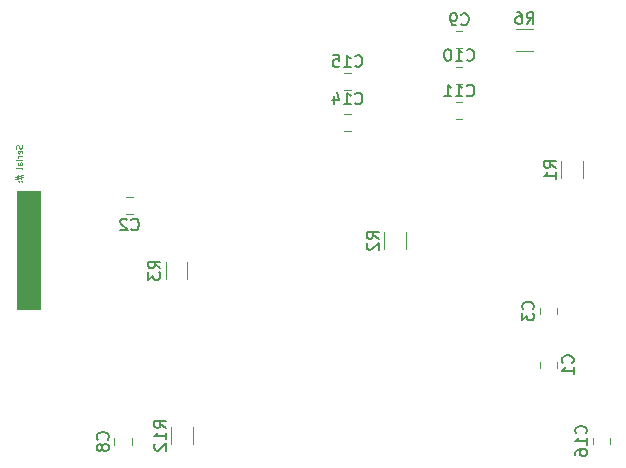
<source format=gbr>
%TF.GenerationSoftware,KiCad,Pcbnew,8.0.6*%
%TF.CreationDate,2025-05-31T11:47:03-05:00*%
%TF.ProjectId,TPS_Calibration_Board,5450535f-4361-46c6-9962-726174696f6e,rev?*%
%TF.SameCoordinates,Original*%
%TF.FileFunction,Legend,Bot*%
%TF.FilePolarity,Positive*%
%FSLAX46Y46*%
G04 Gerber Fmt 4.6, Leading zero omitted, Abs format (unit mm)*
G04 Created by KiCad (PCBNEW 8.0.6) date 2025-05-31 11:47:03*
%MOMM*%
%LPD*%
G01*
G04 APERTURE LIST*
%ADD10C,0.100000*%
%ADD11C,0.150000*%
%ADD12C,0.120000*%
G04 APERTURE END LIST*
D10*
X140909800Y-95161027D02*
X140933609Y-95232455D01*
X140933609Y-95232455D02*
X140933609Y-95351503D01*
X140933609Y-95351503D02*
X140909800Y-95399122D01*
X140909800Y-95399122D02*
X140885990Y-95422931D01*
X140885990Y-95422931D02*
X140838371Y-95446741D01*
X140838371Y-95446741D02*
X140790752Y-95446741D01*
X140790752Y-95446741D02*
X140743133Y-95422931D01*
X140743133Y-95422931D02*
X140719323Y-95399122D01*
X140719323Y-95399122D02*
X140695514Y-95351503D01*
X140695514Y-95351503D02*
X140671704Y-95256265D01*
X140671704Y-95256265D02*
X140647895Y-95208646D01*
X140647895Y-95208646D02*
X140624085Y-95184836D01*
X140624085Y-95184836D02*
X140576466Y-95161027D01*
X140576466Y-95161027D02*
X140528847Y-95161027D01*
X140528847Y-95161027D02*
X140481228Y-95184836D01*
X140481228Y-95184836D02*
X140457419Y-95208646D01*
X140457419Y-95208646D02*
X140433609Y-95256265D01*
X140433609Y-95256265D02*
X140433609Y-95375312D01*
X140433609Y-95375312D02*
X140457419Y-95446741D01*
X140909800Y-95851502D02*
X140933609Y-95803883D01*
X140933609Y-95803883D02*
X140933609Y-95708645D01*
X140933609Y-95708645D02*
X140909800Y-95661026D01*
X140909800Y-95661026D02*
X140862180Y-95637217D01*
X140862180Y-95637217D02*
X140671704Y-95637217D01*
X140671704Y-95637217D02*
X140624085Y-95661026D01*
X140624085Y-95661026D02*
X140600276Y-95708645D01*
X140600276Y-95708645D02*
X140600276Y-95803883D01*
X140600276Y-95803883D02*
X140624085Y-95851502D01*
X140624085Y-95851502D02*
X140671704Y-95875312D01*
X140671704Y-95875312D02*
X140719323Y-95875312D01*
X140719323Y-95875312D02*
X140766942Y-95637217D01*
X140933609Y-96089597D02*
X140600276Y-96089597D01*
X140695514Y-96089597D02*
X140647895Y-96113407D01*
X140647895Y-96113407D02*
X140624085Y-96137216D01*
X140624085Y-96137216D02*
X140600276Y-96184835D01*
X140600276Y-96184835D02*
X140600276Y-96232454D01*
X140933609Y-96399121D02*
X140600276Y-96399121D01*
X140433609Y-96399121D02*
X140457419Y-96375312D01*
X140457419Y-96375312D02*
X140481228Y-96399121D01*
X140481228Y-96399121D02*
X140457419Y-96422931D01*
X140457419Y-96422931D02*
X140433609Y-96399121D01*
X140433609Y-96399121D02*
X140481228Y-96399121D01*
X140933609Y-96851502D02*
X140671704Y-96851502D01*
X140671704Y-96851502D02*
X140624085Y-96827692D01*
X140624085Y-96827692D02*
X140600276Y-96780073D01*
X140600276Y-96780073D02*
X140600276Y-96684835D01*
X140600276Y-96684835D02*
X140624085Y-96637216D01*
X140909800Y-96851502D02*
X140933609Y-96803883D01*
X140933609Y-96803883D02*
X140933609Y-96684835D01*
X140933609Y-96684835D02*
X140909800Y-96637216D01*
X140909800Y-96637216D02*
X140862180Y-96613407D01*
X140862180Y-96613407D02*
X140814561Y-96613407D01*
X140814561Y-96613407D02*
X140766942Y-96637216D01*
X140766942Y-96637216D02*
X140743133Y-96684835D01*
X140743133Y-96684835D02*
X140743133Y-96803883D01*
X140743133Y-96803883D02*
X140719323Y-96851502D01*
X140933609Y-97161026D02*
X140909800Y-97113407D01*
X140909800Y-97113407D02*
X140862180Y-97089597D01*
X140862180Y-97089597D02*
X140433609Y-97089597D01*
X140600276Y-97708645D02*
X140600276Y-98065787D01*
X140385990Y-97851502D02*
X141028847Y-97708645D01*
X140814561Y-98018168D02*
X140814561Y-97661026D01*
X141028847Y-97875311D02*
X140385990Y-98018168D01*
X140885990Y-98232454D02*
X140909800Y-98256264D01*
X140909800Y-98256264D02*
X140933609Y-98232454D01*
X140933609Y-98232454D02*
X140909800Y-98208645D01*
X140909800Y-98208645D02*
X140885990Y-98232454D01*
X140885990Y-98232454D02*
X140933609Y-98232454D01*
X140624085Y-98232454D02*
X140647895Y-98256264D01*
X140647895Y-98256264D02*
X140671704Y-98232454D01*
X140671704Y-98232454D02*
X140647895Y-98208645D01*
X140647895Y-98208645D02*
X140624085Y-98232454D01*
X140624085Y-98232454D02*
X140671704Y-98232454D01*
X140500000Y-99000000D02*
X142500000Y-99000000D01*
X142500000Y-109000000D01*
X140500000Y-109000000D01*
X140500000Y-99000000D01*
G36*
X140500000Y-99000000D02*
G01*
X142500000Y-99000000D01*
X142500000Y-109000000D01*
X140500000Y-109000000D01*
X140500000Y-99000000D01*
G37*
D11*
X153134819Y-119107142D02*
X152658628Y-118773809D01*
X153134819Y-118535714D02*
X152134819Y-118535714D01*
X152134819Y-118535714D02*
X152134819Y-118916666D01*
X152134819Y-118916666D02*
X152182438Y-119011904D01*
X152182438Y-119011904D02*
X152230057Y-119059523D01*
X152230057Y-119059523D02*
X152325295Y-119107142D01*
X152325295Y-119107142D02*
X152468152Y-119107142D01*
X152468152Y-119107142D02*
X152563390Y-119059523D01*
X152563390Y-119059523D02*
X152611009Y-119011904D01*
X152611009Y-119011904D02*
X152658628Y-118916666D01*
X152658628Y-118916666D02*
X152658628Y-118535714D01*
X153134819Y-120059523D02*
X153134819Y-119488095D01*
X153134819Y-119773809D02*
X152134819Y-119773809D01*
X152134819Y-119773809D02*
X152277676Y-119678571D01*
X152277676Y-119678571D02*
X152372914Y-119583333D01*
X152372914Y-119583333D02*
X152420533Y-119488095D01*
X152230057Y-120440476D02*
X152182438Y-120488095D01*
X152182438Y-120488095D02*
X152134819Y-120583333D01*
X152134819Y-120583333D02*
X152134819Y-120821428D01*
X152134819Y-120821428D02*
X152182438Y-120916666D01*
X152182438Y-120916666D02*
X152230057Y-120964285D01*
X152230057Y-120964285D02*
X152325295Y-121011904D01*
X152325295Y-121011904D02*
X152420533Y-121011904D01*
X152420533Y-121011904D02*
X152563390Y-120964285D01*
X152563390Y-120964285D02*
X153134819Y-120392857D01*
X153134819Y-120392857D02*
X153134819Y-121011904D01*
X183666666Y-84884819D02*
X183999999Y-84408628D01*
X184238094Y-84884819D02*
X184238094Y-83884819D01*
X184238094Y-83884819D02*
X183857142Y-83884819D01*
X183857142Y-83884819D02*
X183761904Y-83932438D01*
X183761904Y-83932438D02*
X183714285Y-83980057D01*
X183714285Y-83980057D02*
X183666666Y-84075295D01*
X183666666Y-84075295D02*
X183666666Y-84218152D01*
X183666666Y-84218152D02*
X183714285Y-84313390D01*
X183714285Y-84313390D02*
X183761904Y-84361009D01*
X183761904Y-84361009D02*
X183857142Y-84408628D01*
X183857142Y-84408628D02*
X184238094Y-84408628D01*
X182809523Y-83884819D02*
X182999999Y-83884819D01*
X182999999Y-83884819D02*
X183095237Y-83932438D01*
X183095237Y-83932438D02*
X183142856Y-83980057D01*
X183142856Y-83980057D02*
X183238094Y-84122914D01*
X183238094Y-84122914D02*
X183285713Y-84313390D01*
X183285713Y-84313390D02*
X183285713Y-84694342D01*
X183285713Y-84694342D02*
X183238094Y-84789580D01*
X183238094Y-84789580D02*
X183190475Y-84837200D01*
X183190475Y-84837200D02*
X183095237Y-84884819D01*
X183095237Y-84884819D02*
X182904761Y-84884819D01*
X182904761Y-84884819D02*
X182809523Y-84837200D01*
X182809523Y-84837200D02*
X182761904Y-84789580D01*
X182761904Y-84789580D02*
X182714285Y-84694342D01*
X182714285Y-84694342D02*
X182714285Y-84456247D01*
X182714285Y-84456247D02*
X182761904Y-84361009D01*
X182761904Y-84361009D02*
X182809523Y-84313390D01*
X182809523Y-84313390D02*
X182904761Y-84265771D01*
X182904761Y-84265771D02*
X183095237Y-84265771D01*
X183095237Y-84265771D02*
X183190475Y-84313390D01*
X183190475Y-84313390D02*
X183238094Y-84361009D01*
X183238094Y-84361009D02*
X183285713Y-84456247D01*
X152634819Y-105583333D02*
X152158628Y-105250000D01*
X152634819Y-105011905D02*
X151634819Y-105011905D01*
X151634819Y-105011905D02*
X151634819Y-105392857D01*
X151634819Y-105392857D02*
X151682438Y-105488095D01*
X151682438Y-105488095D02*
X151730057Y-105535714D01*
X151730057Y-105535714D02*
X151825295Y-105583333D01*
X151825295Y-105583333D02*
X151968152Y-105583333D01*
X151968152Y-105583333D02*
X152063390Y-105535714D01*
X152063390Y-105535714D02*
X152111009Y-105488095D01*
X152111009Y-105488095D02*
X152158628Y-105392857D01*
X152158628Y-105392857D02*
X152158628Y-105011905D01*
X151634819Y-105916667D02*
X151634819Y-106535714D01*
X151634819Y-106535714D02*
X152015771Y-106202381D01*
X152015771Y-106202381D02*
X152015771Y-106345238D01*
X152015771Y-106345238D02*
X152063390Y-106440476D01*
X152063390Y-106440476D02*
X152111009Y-106488095D01*
X152111009Y-106488095D02*
X152206247Y-106535714D01*
X152206247Y-106535714D02*
X152444342Y-106535714D01*
X152444342Y-106535714D02*
X152539580Y-106488095D01*
X152539580Y-106488095D02*
X152587200Y-106440476D01*
X152587200Y-106440476D02*
X152634819Y-106345238D01*
X152634819Y-106345238D02*
X152634819Y-106059524D01*
X152634819Y-106059524D02*
X152587200Y-105964286D01*
X152587200Y-105964286D02*
X152539580Y-105916667D01*
X171134819Y-103083333D02*
X170658628Y-102750000D01*
X171134819Y-102511905D02*
X170134819Y-102511905D01*
X170134819Y-102511905D02*
X170134819Y-102892857D01*
X170134819Y-102892857D02*
X170182438Y-102988095D01*
X170182438Y-102988095D02*
X170230057Y-103035714D01*
X170230057Y-103035714D02*
X170325295Y-103083333D01*
X170325295Y-103083333D02*
X170468152Y-103083333D01*
X170468152Y-103083333D02*
X170563390Y-103035714D01*
X170563390Y-103035714D02*
X170611009Y-102988095D01*
X170611009Y-102988095D02*
X170658628Y-102892857D01*
X170658628Y-102892857D02*
X170658628Y-102511905D01*
X170230057Y-103464286D02*
X170182438Y-103511905D01*
X170182438Y-103511905D02*
X170134819Y-103607143D01*
X170134819Y-103607143D02*
X170134819Y-103845238D01*
X170134819Y-103845238D02*
X170182438Y-103940476D01*
X170182438Y-103940476D02*
X170230057Y-103988095D01*
X170230057Y-103988095D02*
X170325295Y-104035714D01*
X170325295Y-104035714D02*
X170420533Y-104035714D01*
X170420533Y-104035714D02*
X170563390Y-103988095D01*
X170563390Y-103988095D02*
X171134819Y-103416667D01*
X171134819Y-103416667D02*
X171134819Y-104035714D01*
X186134819Y-97083333D02*
X185658628Y-96750000D01*
X186134819Y-96511905D02*
X185134819Y-96511905D01*
X185134819Y-96511905D02*
X185134819Y-96892857D01*
X185134819Y-96892857D02*
X185182438Y-96988095D01*
X185182438Y-96988095D02*
X185230057Y-97035714D01*
X185230057Y-97035714D02*
X185325295Y-97083333D01*
X185325295Y-97083333D02*
X185468152Y-97083333D01*
X185468152Y-97083333D02*
X185563390Y-97035714D01*
X185563390Y-97035714D02*
X185611009Y-96988095D01*
X185611009Y-96988095D02*
X185658628Y-96892857D01*
X185658628Y-96892857D02*
X185658628Y-96511905D01*
X186134819Y-98035714D02*
X186134819Y-97464286D01*
X186134819Y-97750000D02*
X185134819Y-97750000D01*
X185134819Y-97750000D02*
X185277676Y-97654762D01*
X185277676Y-97654762D02*
X185372914Y-97559524D01*
X185372914Y-97559524D02*
X185420533Y-97464286D01*
X188679580Y-119569642D02*
X188727200Y-119522023D01*
X188727200Y-119522023D02*
X188774819Y-119379166D01*
X188774819Y-119379166D02*
X188774819Y-119283928D01*
X188774819Y-119283928D02*
X188727200Y-119141071D01*
X188727200Y-119141071D02*
X188631961Y-119045833D01*
X188631961Y-119045833D02*
X188536723Y-118998214D01*
X188536723Y-118998214D02*
X188346247Y-118950595D01*
X188346247Y-118950595D02*
X188203390Y-118950595D01*
X188203390Y-118950595D02*
X188012914Y-118998214D01*
X188012914Y-118998214D02*
X187917676Y-119045833D01*
X187917676Y-119045833D02*
X187822438Y-119141071D01*
X187822438Y-119141071D02*
X187774819Y-119283928D01*
X187774819Y-119283928D02*
X187774819Y-119379166D01*
X187774819Y-119379166D02*
X187822438Y-119522023D01*
X187822438Y-119522023D02*
X187870057Y-119569642D01*
X188774819Y-120522023D02*
X188774819Y-119950595D01*
X188774819Y-120236309D02*
X187774819Y-120236309D01*
X187774819Y-120236309D02*
X187917676Y-120141071D01*
X187917676Y-120141071D02*
X188012914Y-120045833D01*
X188012914Y-120045833D02*
X188060533Y-119950595D01*
X187774819Y-121379166D02*
X187774819Y-121188690D01*
X187774819Y-121188690D02*
X187822438Y-121093452D01*
X187822438Y-121093452D02*
X187870057Y-121045833D01*
X187870057Y-121045833D02*
X188012914Y-120950595D01*
X188012914Y-120950595D02*
X188203390Y-120902976D01*
X188203390Y-120902976D02*
X188584342Y-120902976D01*
X188584342Y-120902976D02*
X188679580Y-120950595D01*
X188679580Y-120950595D02*
X188727200Y-120998214D01*
X188727200Y-120998214D02*
X188774819Y-121093452D01*
X188774819Y-121093452D02*
X188774819Y-121283928D01*
X188774819Y-121283928D02*
X188727200Y-121379166D01*
X188727200Y-121379166D02*
X188679580Y-121426785D01*
X188679580Y-121426785D02*
X188584342Y-121474404D01*
X188584342Y-121474404D02*
X188346247Y-121474404D01*
X188346247Y-121474404D02*
X188251009Y-121426785D01*
X188251009Y-121426785D02*
X188203390Y-121379166D01*
X188203390Y-121379166D02*
X188155771Y-121283928D01*
X188155771Y-121283928D02*
X188155771Y-121093452D01*
X188155771Y-121093452D02*
X188203390Y-120998214D01*
X188203390Y-120998214D02*
X188251009Y-120950595D01*
X188251009Y-120950595D02*
X188346247Y-120902976D01*
X169142857Y-88429580D02*
X169190476Y-88477200D01*
X169190476Y-88477200D02*
X169333333Y-88524819D01*
X169333333Y-88524819D02*
X169428571Y-88524819D01*
X169428571Y-88524819D02*
X169571428Y-88477200D01*
X169571428Y-88477200D02*
X169666666Y-88381961D01*
X169666666Y-88381961D02*
X169714285Y-88286723D01*
X169714285Y-88286723D02*
X169761904Y-88096247D01*
X169761904Y-88096247D02*
X169761904Y-87953390D01*
X169761904Y-87953390D02*
X169714285Y-87762914D01*
X169714285Y-87762914D02*
X169666666Y-87667676D01*
X169666666Y-87667676D02*
X169571428Y-87572438D01*
X169571428Y-87572438D02*
X169428571Y-87524819D01*
X169428571Y-87524819D02*
X169333333Y-87524819D01*
X169333333Y-87524819D02*
X169190476Y-87572438D01*
X169190476Y-87572438D02*
X169142857Y-87620057D01*
X168190476Y-88524819D02*
X168761904Y-88524819D01*
X168476190Y-88524819D02*
X168476190Y-87524819D01*
X168476190Y-87524819D02*
X168571428Y-87667676D01*
X168571428Y-87667676D02*
X168666666Y-87762914D01*
X168666666Y-87762914D02*
X168761904Y-87810533D01*
X167285714Y-87524819D02*
X167761904Y-87524819D01*
X167761904Y-87524819D02*
X167809523Y-88001009D01*
X167809523Y-88001009D02*
X167761904Y-87953390D01*
X167761904Y-87953390D02*
X167666666Y-87905771D01*
X167666666Y-87905771D02*
X167428571Y-87905771D01*
X167428571Y-87905771D02*
X167333333Y-87953390D01*
X167333333Y-87953390D02*
X167285714Y-88001009D01*
X167285714Y-88001009D02*
X167238095Y-88096247D01*
X167238095Y-88096247D02*
X167238095Y-88334342D01*
X167238095Y-88334342D02*
X167285714Y-88429580D01*
X167285714Y-88429580D02*
X167333333Y-88477200D01*
X167333333Y-88477200D02*
X167428571Y-88524819D01*
X167428571Y-88524819D02*
X167666666Y-88524819D01*
X167666666Y-88524819D02*
X167761904Y-88477200D01*
X167761904Y-88477200D02*
X167809523Y-88429580D01*
X169142857Y-91609580D02*
X169190476Y-91657200D01*
X169190476Y-91657200D02*
X169333333Y-91704819D01*
X169333333Y-91704819D02*
X169428571Y-91704819D01*
X169428571Y-91704819D02*
X169571428Y-91657200D01*
X169571428Y-91657200D02*
X169666666Y-91561961D01*
X169666666Y-91561961D02*
X169714285Y-91466723D01*
X169714285Y-91466723D02*
X169761904Y-91276247D01*
X169761904Y-91276247D02*
X169761904Y-91133390D01*
X169761904Y-91133390D02*
X169714285Y-90942914D01*
X169714285Y-90942914D02*
X169666666Y-90847676D01*
X169666666Y-90847676D02*
X169571428Y-90752438D01*
X169571428Y-90752438D02*
X169428571Y-90704819D01*
X169428571Y-90704819D02*
X169333333Y-90704819D01*
X169333333Y-90704819D02*
X169190476Y-90752438D01*
X169190476Y-90752438D02*
X169142857Y-90800057D01*
X168190476Y-91704819D02*
X168761904Y-91704819D01*
X168476190Y-91704819D02*
X168476190Y-90704819D01*
X168476190Y-90704819D02*
X168571428Y-90847676D01*
X168571428Y-90847676D02*
X168666666Y-90942914D01*
X168666666Y-90942914D02*
X168761904Y-90990533D01*
X167333333Y-91038152D02*
X167333333Y-91704819D01*
X167571428Y-90657200D02*
X167809523Y-91371485D01*
X167809523Y-91371485D02*
X167190476Y-91371485D01*
X178605357Y-90929580D02*
X178652976Y-90977200D01*
X178652976Y-90977200D02*
X178795833Y-91024819D01*
X178795833Y-91024819D02*
X178891071Y-91024819D01*
X178891071Y-91024819D02*
X179033928Y-90977200D01*
X179033928Y-90977200D02*
X179129166Y-90881961D01*
X179129166Y-90881961D02*
X179176785Y-90786723D01*
X179176785Y-90786723D02*
X179224404Y-90596247D01*
X179224404Y-90596247D02*
X179224404Y-90453390D01*
X179224404Y-90453390D02*
X179176785Y-90262914D01*
X179176785Y-90262914D02*
X179129166Y-90167676D01*
X179129166Y-90167676D02*
X179033928Y-90072438D01*
X179033928Y-90072438D02*
X178891071Y-90024819D01*
X178891071Y-90024819D02*
X178795833Y-90024819D01*
X178795833Y-90024819D02*
X178652976Y-90072438D01*
X178652976Y-90072438D02*
X178605357Y-90120057D01*
X177652976Y-91024819D02*
X178224404Y-91024819D01*
X177938690Y-91024819D02*
X177938690Y-90024819D01*
X177938690Y-90024819D02*
X178033928Y-90167676D01*
X178033928Y-90167676D02*
X178129166Y-90262914D01*
X178129166Y-90262914D02*
X178224404Y-90310533D01*
X176700595Y-91024819D02*
X177272023Y-91024819D01*
X176986309Y-91024819D02*
X176986309Y-90024819D01*
X176986309Y-90024819D02*
X177081547Y-90167676D01*
X177081547Y-90167676D02*
X177176785Y-90262914D01*
X177176785Y-90262914D02*
X177272023Y-90310533D01*
X178605357Y-87919580D02*
X178652976Y-87967200D01*
X178652976Y-87967200D02*
X178795833Y-88014819D01*
X178795833Y-88014819D02*
X178891071Y-88014819D01*
X178891071Y-88014819D02*
X179033928Y-87967200D01*
X179033928Y-87967200D02*
X179129166Y-87871961D01*
X179129166Y-87871961D02*
X179176785Y-87776723D01*
X179176785Y-87776723D02*
X179224404Y-87586247D01*
X179224404Y-87586247D02*
X179224404Y-87443390D01*
X179224404Y-87443390D02*
X179176785Y-87252914D01*
X179176785Y-87252914D02*
X179129166Y-87157676D01*
X179129166Y-87157676D02*
X179033928Y-87062438D01*
X179033928Y-87062438D02*
X178891071Y-87014819D01*
X178891071Y-87014819D02*
X178795833Y-87014819D01*
X178795833Y-87014819D02*
X178652976Y-87062438D01*
X178652976Y-87062438D02*
X178605357Y-87110057D01*
X177652976Y-88014819D02*
X178224404Y-88014819D01*
X177938690Y-88014819D02*
X177938690Y-87014819D01*
X177938690Y-87014819D02*
X178033928Y-87157676D01*
X178033928Y-87157676D02*
X178129166Y-87252914D01*
X178129166Y-87252914D02*
X178224404Y-87300533D01*
X177033928Y-87014819D02*
X176938690Y-87014819D01*
X176938690Y-87014819D02*
X176843452Y-87062438D01*
X176843452Y-87062438D02*
X176795833Y-87110057D01*
X176795833Y-87110057D02*
X176748214Y-87205295D01*
X176748214Y-87205295D02*
X176700595Y-87395771D01*
X176700595Y-87395771D02*
X176700595Y-87633866D01*
X176700595Y-87633866D02*
X176748214Y-87824342D01*
X176748214Y-87824342D02*
X176795833Y-87919580D01*
X176795833Y-87919580D02*
X176843452Y-87967200D01*
X176843452Y-87967200D02*
X176938690Y-88014819D01*
X176938690Y-88014819D02*
X177033928Y-88014819D01*
X177033928Y-88014819D02*
X177129166Y-87967200D01*
X177129166Y-87967200D02*
X177176785Y-87919580D01*
X177176785Y-87919580D02*
X177224404Y-87824342D01*
X177224404Y-87824342D02*
X177272023Y-87633866D01*
X177272023Y-87633866D02*
X177272023Y-87395771D01*
X177272023Y-87395771D02*
X177224404Y-87205295D01*
X177224404Y-87205295D02*
X177176785Y-87110057D01*
X177176785Y-87110057D02*
X177129166Y-87062438D01*
X177129166Y-87062438D02*
X177033928Y-87014819D01*
X178129166Y-84909580D02*
X178176785Y-84957200D01*
X178176785Y-84957200D02*
X178319642Y-85004819D01*
X178319642Y-85004819D02*
X178414880Y-85004819D01*
X178414880Y-85004819D02*
X178557737Y-84957200D01*
X178557737Y-84957200D02*
X178652975Y-84861961D01*
X178652975Y-84861961D02*
X178700594Y-84766723D01*
X178700594Y-84766723D02*
X178748213Y-84576247D01*
X178748213Y-84576247D02*
X178748213Y-84433390D01*
X178748213Y-84433390D02*
X178700594Y-84242914D01*
X178700594Y-84242914D02*
X178652975Y-84147676D01*
X178652975Y-84147676D02*
X178557737Y-84052438D01*
X178557737Y-84052438D02*
X178414880Y-84004819D01*
X178414880Y-84004819D02*
X178319642Y-84004819D01*
X178319642Y-84004819D02*
X178176785Y-84052438D01*
X178176785Y-84052438D02*
X178129166Y-84100057D01*
X177652975Y-85004819D02*
X177462499Y-85004819D01*
X177462499Y-85004819D02*
X177367261Y-84957200D01*
X177367261Y-84957200D02*
X177319642Y-84909580D01*
X177319642Y-84909580D02*
X177224404Y-84766723D01*
X177224404Y-84766723D02*
X177176785Y-84576247D01*
X177176785Y-84576247D02*
X177176785Y-84195295D01*
X177176785Y-84195295D02*
X177224404Y-84100057D01*
X177224404Y-84100057D02*
X177272023Y-84052438D01*
X177272023Y-84052438D02*
X177367261Y-84004819D01*
X177367261Y-84004819D02*
X177557737Y-84004819D01*
X177557737Y-84004819D02*
X177652975Y-84052438D01*
X177652975Y-84052438D02*
X177700594Y-84100057D01*
X177700594Y-84100057D02*
X177748213Y-84195295D01*
X177748213Y-84195295D02*
X177748213Y-84433390D01*
X177748213Y-84433390D02*
X177700594Y-84528628D01*
X177700594Y-84528628D02*
X177652975Y-84576247D01*
X177652975Y-84576247D02*
X177557737Y-84623866D01*
X177557737Y-84623866D02*
X177367261Y-84623866D01*
X177367261Y-84623866D02*
X177272023Y-84576247D01*
X177272023Y-84576247D02*
X177224404Y-84528628D01*
X177224404Y-84528628D02*
X177176785Y-84433390D01*
X184179580Y-109045833D02*
X184227200Y-108998214D01*
X184227200Y-108998214D02*
X184274819Y-108855357D01*
X184274819Y-108855357D02*
X184274819Y-108760119D01*
X184274819Y-108760119D02*
X184227200Y-108617262D01*
X184227200Y-108617262D02*
X184131961Y-108522024D01*
X184131961Y-108522024D02*
X184036723Y-108474405D01*
X184036723Y-108474405D02*
X183846247Y-108426786D01*
X183846247Y-108426786D02*
X183703390Y-108426786D01*
X183703390Y-108426786D02*
X183512914Y-108474405D01*
X183512914Y-108474405D02*
X183417676Y-108522024D01*
X183417676Y-108522024D02*
X183322438Y-108617262D01*
X183322438Y-108617262D02*
X183274819Y-108760119D01*
X183274819Y-108760119D02*
X183274819Y-108855357D01*
X183274819Y-108855357D02*
X183322438Y-108998214D01*
X183322438Y-108998214D02*
X183370057Y-109045833D01*
X183274819Y-109379167D02*
X183274819Y-109998214D01*
X183274819Y-109998214D02*
X183655771Y-109664881D01*
X183655771Y-109664881D02*
X183655771Y-109807738D01*
X183655771Y-109807738D02*
X183703390Y-109902976D01*
X183703390Y-109902976D02*
X183751009Y-109950595D01*
X183751009Y-109950595D02*
X183846247Y-109998214D01*
X183846247Y-109998214D02*
X184084342Y-109998214D01*
X184084342Y-109998214D02*
X184179580Y-109950595D01*
X184179580Y-109950595D02*
X184227200Y-109902976D01*
X184227200Y-109902976D02*
X184274819Y-109807738D01*
X184274819Y-109807738D02*
X184274819Y-109522024D01*
X184274819Y-109522024D02*
X184227200Y-109426786D01*
X184227200Y-109426786D02*
X184179580Y-109379167D01*
X150204166Y-102289580D02*
X150251785Y-102337200D01*
X150251785Y-102337200D02*
X150394642Y-102384819D01*
X150394642Y-102384819D02*
X150489880Y-102384819D01*
X150489880Y-102384819D02*
X150632737Y-102337200D01*
X150632737Y-102337200D02*
X150727975Y-102241961D01*
X150727975Y-102241961D02*
X150775594Y-102146723D01*
X150775594Y-102146723D02*
X150823213Y-101956247D01*
X150823213Y-101956247D02*
X150823213Y-101813390D01*
X150823213Y-101813390D02*
X150775594Y-101622914D01*
X150775594Y-101622914D02*
X150727975Y-101527676D01*
X150727975Y-101527676D02*
X150632737Y-101432438D01*
X150632737Y-101432438D02*
X150489880Y-101384819D01*
X150489880Y-101384819D02*
X150394642Y-101384819D01*
X150394642Y-101384819D02*
X150251785Y-101432438D01*
X150251785Y-101432438D02*
X150204166Y-101480057D01*
X149823213Y-101480057D02*
X149775594Y-101432438D01*
X149775594Y-101432438D02*
X149680356Y-101384819D01*
X149680356Y-101384819D02*
X149442261Y-101384819D01*
X149442261Y-101384819D02*
X149347023Y-101432438D01*
X149347023Y-101432438D02*
X149299404Y-101480057D01*
X149299404Y-101480057D02*
X149251785Y-101575295D01*
X149251785Y-101575295D02*
X149251785Y-101670533D01*
X149251785Y-101670533D02*
X149299404Y-101813390D01*
X149299404Y-101813390D02*
X149870832Y-102384819D01*
X149870832Y-102384819D02*
X149251785Y-102384819D01*
X187539580Y-113583333D02*
X187587200Y-113535714D01*
X187587200Y-113535714D02*
X187634819Y-113392857D01*
X187634819Y-113392857D02*
X187634819Y-113297619D01*
X187634819Y-113297619D02*
X187587200Y-113154762D01*
X187587200Y-113154762D02*
X187491961Y-113059524D01*
X187491961Y-113059524D02*
X187396723Y-113011905D01*
X187396723Y-113011905D02*
X187206247Y-112964286D01*
X187206247Y-112964286D02*
X187063390Y-112964286D01*
X187063390Y-112964286D02*
X186872914Y-113011905D01*
X186872914Y-113011905D02*
X186777676Y-113059524D01*
X186777676Y-113059524D02*
X186682438Y-113154762D01*
X186682438Y-113154762D02*
X186634819Y-113297619D01*
X186634819Y-113297619D02*
X186634819Y-113392857D01*
X186634819Y-113392857D02*
X186682438Y-113535714D01*
X186682438Y-113535714D02*
X186730057Y-113583333D01*
X187634819Y-114535714D02*
X187634819Y-113964286D01*
X187634819Y-114250000D02*
X186634819Y-114250000D01*
X186634819Y-114250000D02*
X186777676Y-114154762D01*
X186777676Y-114154762D02*
X186872914Y-114059524D01*
X186872914Y-114059524D02*
X186920533Y-113964286D01*
X148179580Y-120083333D02*
X148227200Y-120035714D01*
X148227200Y-120035714D02*
X148274819Y-119892857D01*
X148274819Y-119892857D02*
X148274819Y-119797619D01*
X148274819Y-119797619D02*
X148227200Y-119654762D01*
X148227200Y-119654762D02*
X148131961Y-119559524D01*
X148131961Y-119559524D02*
X148036723Y-119511905D01*
X148036723Y-119511905D02*
X147846247Y-119464286D01*
X147846247Y-119464286D02*
X147703390Y-119464286D01*
X147703390Y-119464286D02*
X147512914Y-119511905D01*
X147512914Y-119511905D02*
X147417676Y-119559524D01*
X147417676Y-119559524D02*
X147322438Y-119654762D01*
X147322438Y-119654762D02*
X147274819Y-119797619D01*
X147274819Y-119797619D02*
X147274819Y-119892857D01*
X147274819Y-119892857D02*
X147322438Y-120035714D01*
X147322438Y-120035714D02*
X147370057Y-120083333D01*
X147703390Y-120654762D02*
X147655771Y-120559524D01*
X147655771Y-120559524D02*
X147608152Y-120511905D01*
X147608152Y-120511905D02*
X147512914Y-120464286D01*
X147512914Y-120464286D02*
X147465295Y-120464286D01*
X147465295Y-120464286D02*
X147370057Y-120511905D01*
X147370057Y-120511905D02*
X147322438Y-120559524D01*
X147322438Y-120559524D02*
X147274819Y-120654762D01*
X147274819Y-120654762D02*
X147274819Y-120845238D01*
X147274819Y-120845238D02*
X147322438Y-120940476D01*
X147322438Y-120940476D02*
X147370057Y-120988095D01*
X147370057Y-120988095D02*
X147465295Y-121035714D01*
X147465295Y-121035714D02*
X147512914Y-121035714D01*
X147512914Y-121035714D02*
X147608152Y-120988095D01*
X147608152Y-120988095D02*
X147655771Y-120940476D01*
X147655771Y-120940476D02*
X147703390Y-120845238D01*
X147703390Y-120845238D02*
X147703390Y-120654762D01*
X147703390Y-120654762D02*
X147751009Y-120559524D01*
X147751009Y-120559524D02*
X147798628Y-120511905D01*
X147798628Y-120511905D02*
X147893866Y-120464286D01*
X147893866Y-120464286D02*
X148084342Y-120464286D01*
X148084342Y-120464286D02*
X148179580Y-120511905D01*
X148179580Y-120511905D02*
X148227200Y-120559524D01*
X148227200Y-120559524D02*
X148274819Y-120654762D01*
X148274819Y-120654762D02*
X148274819Y-120845238D01*
X148274819Y-120845238D02*
X148227200Y-120940476D01*
X148227200Y-120940476D02*
X148179580Y-120988095D01*
X148179580Y-120988095D02*
X148084342Y-121035714D01*
X148084342Y-121035714D02*
X147893866Y-121035714D01*
X147893866Y-121035714D02*
X147798628Y-120988095D01*
X147798628Y-120988095D02*
X147751009Y-120940476D01*
X147751009Y-120940476D02*
X147703390Y-120845238D01*
D12*
%TO.C,R12*%
X155410000Y-120477064D02*
X155410000Y-119022936D01*
X153590000Y-120477064D02*
X153590000Y-119022936D01*
%TO.C,R6*%
X182772936Y-85340000D02*
X184227064Y-85340000D01*
X182772936Y-87160000D02*
X184227064Y-87160000D01*
%TO.C,R3*%
X153090000Y-106477064D02*
X153090000Y-105022936D01*
X154910000Y-106477064D02*
X154910000Y-105022936D01*
%TO.C,R2*%
X171590000Y-103977064D02*
X171590000Y-102522936D01*
X173410000Y-103977064D02*
X173410000Y-102522936D01*
%TO.C,R1*%
X186590000Y-97977064D02*
X186590000Y-96522936D01*
X188410000Y-97977064D02*
X188410000Y-96522936D01*
%TO.C,C16*%
X190735000Y-120473752D02*
X190735000Y-119951248D01*
X189265000Y-120473752D02*
X189265000Y-119951248D01*
%TO.C,C15*%
X168238748Y-89015000D02*
X168761252Y-89015000D01*
X168238748Y-90485000D02*
X168761252Y-90485000D01*
%TO.C,C14*%
X168238748Y-92515000D02*
X168761252Y-92515000D01*
X168238748Y-93985000D02*
X168761252Y-93985000D01*
%TO.C,C11*%
X177701248Y-92985000D02*
X178223752Y-92985000D01*
X177701248Y-91515000D02*
X178223752Y-91515000D01*
%TO.C,C10*%
X177701248Y-88505000D02*
X178223752Y-88505000D01*
X177701248Y-89975000D02*
X178223752Y-89975000D01*
%TO.C,C9*%
X177701248Y-85495000D02*
X178223752Y-85495000D01*
X177701248Y-86965000D02*
X178223752Y-86965000D01*
%TO.C,C3*%
X184765000Y-109473752D02*
X184765000Y-108951248D01*
X186235000Y-109473752D02*
X186235000Y-108951248D01*
%TO.C,C2*%
X150298752Y-99515000D02*
X149776248Y-99515000D01*
X150298752Y-100985000D02*
X149776248Y-100985000D01*
%TO.C,C1*%
X186235000Y-113488748D02*
X186235000Y-114011252D01*
X184765000Y-113488748D02*
X184765000Y-114011252D01*
%TO.C,C8*%
X150235000Y-120511252D02*
X150235000Y-119988748D01*
X148765000Y-120511252D02*
X148765000Y-119988748D01*
%TD*%
M02*

</source>
